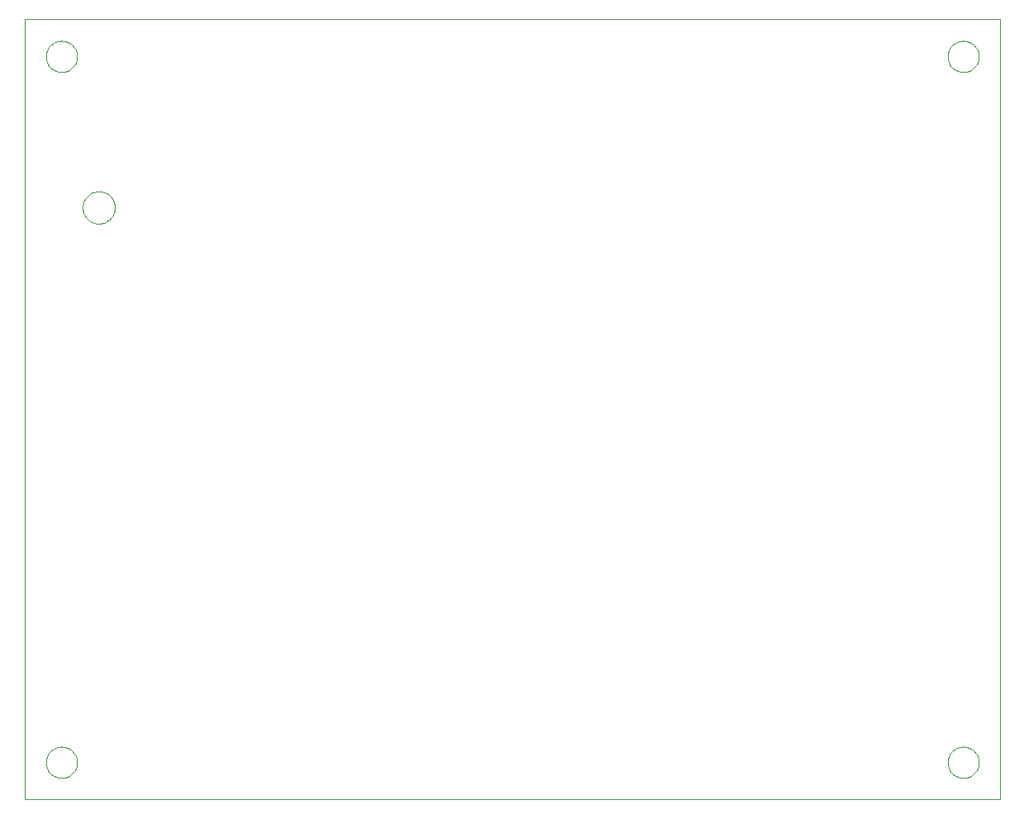
<source format=gko>
G75*
G70*
%OFA0B0*%
%FSLAX24Y24*%
%IPPOS*%
%LPD*%
%AMOC8*
5,1,8,0,0,1.08239X$1,22.5*
%
%ADD10C,0.0000*%
D10*
X000260Y000260D02*
X000260Y031756D01*
X039630Y031756D01*
X039630Y000260D01*
X000260Y000260D01*
X001130Y001760D02*
X001132Y001810D01*
X001138Y001860D01*
X001148Y001909D01*
X001162Y001957D01*
X001179Y002004D01*
X001200Y002049D01*
X001225Y002093D01*
X001253Y002134D01*
X001285Y002173D01*
X001319Y002210D01*
X001356Y002244D01*
X001396Y002274D01*
X001438Y002301D01*
X001482Y002325D01*
X001528Y002346D01*
X001575Y002362D01*
X001623Y002375D01*
X001673Y002384D01*
X001722Y002389D01*
X001773Y002390D01*
X001823Y002387D01*
X001872Y002380D01*
X001921Y002369D01*
X001969Y002354D01*
X002015Y002336D01*
X002060Y002314D01*
X002103Y002288D01*
X002144Y002259D01*
X002183Y002227D01*
X002219Y002192D01*
X002251Y002154D01*
X002281Y002114D01*
X002308Y002071D01*
X002331Y002027D01*
X002350Y001981D01*
X002366Y001933D01*
X002378Y001884D01*
X002386Y001835D01*
X002390Y001785D01*
X002390Y001735D01*
X002386Y001685D01*
X002378Y001636D01*
X002366Y001587D01*
X002350Y001539D01*
X002331Y001493D01*
X002308Y001449D01*
X002281Y001406D01*
X002251Y001366D01*
X002219Y001328D01*
X002183Y001293D01*
X002144Y001261D01*
X002103Y001232D01*
X002060Y001206D01*
X002015Y001184D01*
X001969Y001166D01*
X001921Y001151D01*
X001872Y001140D01*
X001823Y001133D01*
X001773Y001130D01*
X001722Y001131D01*
X001673Y001136D01*
X001623Y001145D01*
X001575Y001158D01*
X001528Y001174D01*
X001482Y001195D01*
X001438Y001219D01*
X001396Y001246D01*
X001356Y001276D01*
X001319Y001310D01*
X001285Y001347D01*
X001253Y001386D01*
X001225Y001427D01*
X001200Y001471D01*
X001179Y001516D01*
X001162Y001563D01*
X001148Y001611D01*
X001138Y001660D01*
X001132Y001710D01*
X001130Y001760D01*
X002610Y024160D02*
X002612Y024210D01*
X002618Y024260D01*
X002628Y024310D01*
X002641Y024358D01*
X002658Y024406D01*
X002679Y024452D01*
X002703Y024496D01*
X002731Y024538D01*
X002762Y024578D01*
X002796Y024615D01*
X002833Y024650D01*
X002872Y024681D01*
X002913Y024710D01*
X002957Y024735D01*
X003003Y024757D01*
X003050Y024775D01*
X003098Y024789D01*
X003147Y024800D01*
X003197Y024807D01*
X003247Y024810D01*
X003298Y024809D01*
X003348Y024804D01*
X003398Y024795D01*
X003446Y024783D01*
X003494Y024766D01*
X003540Y024746D01*
X003585Y024723D01*
X003628Y024696D01*
X003668Y024666D01*
X003706Y024633D01*
X003741Y024597D01*
X003774Y024558D01*
X003803Y024517D01*
X003829Y024474D01*
X003852Y024429D01*
X003871Y024382D01*
X003886Y024334D01*
X003898Y024285D01*
X003906Y024235D01*
X003910Y024185D01*
X003910Y024135D01*
X003906Y024085D01*
X003898Y024035D01*
X003886Y023986D01*
X003871Y023938D01*
X003852Y023891D01*
X003829Y023846D01*
X003803Y023803D01*
X003774Y023762D01*
X003741Y023723D01*
X003706Y023687D01*
X003668Y023654D01*
X003628Y023624D01*
X003585Y023597D01*
X003540Y023574D01*
X003494Y023554D01*
X003446Y023537D01*
X003398Y023525D01*
X003348Y023516D01*
X003298Y023511D01*
X003247Y023510D01*
X003197Y023513D01*
X003147Y023520D01*
X003098Y023531D01*
X003050Y023545D01*
X003003Y023563D01*
X002957Y023585D01*
X002913Y023610D01*
X002872Y023639D01*
X002833Y023670D01*
X002796Y023705D01*
X002762Y023742D01*
X002731Y023782D01*
X002703Y023824D01*
X002679Y023868D01*
X002658Y023914D01*
X002641Y023962D01*
X002628Y024010D01*
X002618Y024060D01*
X002612Y024110D01*
X002610Y024160D01*
X001130Y030260D02*
X001132Y030310D01*
X001138Y030360D01*
X001148Y030409D01*
X001162Y030457D01*
X001179Y030504D01*
X001200Y030549D01*
X001225Y030593D01*
X001253Y030634D01*
X001285Y030673D01*
X001319Y030710D01*
X001356Y030744D01*
X001396Y030774D01*
X001438Y030801D01*
X001482Y030825D01*
X001528Y030846D01*
X001575Y030862D01*
X001623Y030875D01*
X001673Y030884D01*
X001722Y030889D01*
X001773Y030890D01*
X001823Y030887D01*
X001872Y030880D01*
X001921Y030869D01*
X001969Y030854D01*
X002015Y030836D01*
X002060Y030814D01*
X002103Y030788D01*
X002144Y030759D01*
X002183Y030727D01*
X002219Y030692D01*
X002251Y030654D01*
X002281Y030614D01*
X002308Y030571D01*
X002331Y030527D01*
X002350Y030481D01*
X002366Y030433D01*
X002378Y030384D01*
X002386Y030335D01*
X002390Y030285D01*
X002390Y030235D01*
X002386Y030185D01*
X002378Y030136D01*
X002366Y030087D01*
X002350Y030039D01*
X002331Y029993D01*
X002308Y029949D01*
X002281Y029906D01*
X002251Y029866D01*
X002219Y029828D01*
X002183Y029793D01*
X002144Y029761D01*
X002103Y029732D01*
X002060Y029706D01*
X002015Y029684D01*
X001969Y029666D01*
X001921Y029651D01*
X001872Y029640D01*
X001823Y029633D01*
X001773Y029630D01*
X001722Y029631D01*
X001673Y029636D01*
X001623Y029645D01*
X001575Y029658D01*
X001528Y029674D01*
X001482Y029695D01*
X001438Y029719D01*
X001396Y029746D01*
X001356Y029776D01*
X001319Y029810D01*
X001285Y029847D01*
X001253Y029886D01*
X001225Y029927D01*
X001200Y029971D01*
X001179Y030016D01*
X001162Y030063D01*
X001148Y030111D01*
X001138Y030160D01*
X001132Y030210D01*
X001130Y030260D01*
X037530Y030260D02*
X037532Y030310D01*
X037538Y030360D01*
X037548Y030409D01*
X037562Y030457D01*
X037579Y030504D01*
X037600Y030549D01*
X037625Y030593D01*
X037653Y030634D01*
X037685Y030673D01*
X037719Y030710D01*
X037756Y030744D01*
X037796Y030774D01*
X037838Y030801D01*
X037882Y030825D01*
X037928Y030846D01*
X037975Y030862D01*
X038023Y030875D01*
X038073Y030884D01*
X038122Y030889D01*
X038173Y030890D01*
X038223Y030887D01*
X038272Y030880D01*
X038321Y030869D01*
X038369Y030854D01*
X038415Y030836D01*
X038460Y030814D01*
X038503Y030788D01*
X038544Y030759D01*
X038583Y030727D01*
X038619Y030692D01*
X038651Y030654D01*
X038681Y030614D01*
X038708Y030571D01*
X038731Y030527D01*
X038750Y030481D01*
X038766Y030433D01*
X038778Y030384D01*
X038786Y030335D01*
X038790Y030285D01*
X038790Y030235D01*
X038786Y030185D01*
X038778Y030136D01*
X038766Y030087D01*
X038750Y030039D01*
X038731Y029993D01*
X038708Y029949D01*
X038681Y029906D01*
X038651Y029866D01*
X038619Y029828D01*
X038583Y029793D01*
X038544Y029761D01*
X038503Y029732D01*
X038460Y029706D01*
X038415Y029684D01*
X038369Y029666D01*
X038321Y029651D01*
X038272Y029640D01*
X038223Y029633D01*
X038173Y029630D01*
X038122Y029631D01*
X038073Y029636D01*
X038023Y029645D01*
X037975Y029658D01*
X037928Y029674D01*
X037882Y029695D01*
X037838Y029719D01*
X037796Y029746D01*
X037756Y029776D01*
X037719Y029810D01*
X037685Y029847D01*
X037653Y029886D01*
X037625Y029927D01*
X037600Y029971D01*
X037579Y030016D01*
X037562Y030063D01*
X037548Y030111D01*
X037538Y030160D01*
X037532Y030210D01*
X037530Y030260D01*
X037530Y001760D02*
X037532Y001810D01*
X037538Y001860D01*
X037548Y001909D01*
X037562Y001957D01*
X037579Y002004D01*
X037600Y002049D01*
X037625Y002093D01*
X037653Y002134D01*
X037685Y002173D01*
X037719Y002210D01*
X037756Y002244D01*
X037796Y002274D01*
X037838Y002301D01*
X037882Y002325D01*
X037928Y002346D01*
X037975Y002362D01*
X038023Y002375D01*
X038073Y002384D01*
X038122Y002389D01*
X038173Y002390D01*
X038223Y002387D01*
X038272Y002380D01*
X038321Y002369D01*
X038369Y002354D01*
X038415Y002336D01*
X038460Y002314D01*
X038503Y002288D01*
X038544Y002259D01*
X038583Y002227D01*
X038619Y002192D01*
X038651Y002154D01*
X038681Y002114D01*
X038708Y002071D01*
X038731Y002027D01*
X038750Y001981D01*
X038766Y001933D01*
X038778Y001884D01*
X038786Y001835D01*
X038790Y001785D01*
X038790Y001735D01*
X038786Y001685D01*
X038778Y001636D01*
X038766Y001587D01*
X038750Y001539D01*
X038731Y001493D01*
X038708Y001449D01*
X038681Y001406D01*
X038651Y001366D01*
X038619Y001328D01*
X038583Y001293D01*
X038544Y001261D01*
X038503Y001232D01*
X038460Y001206D01*
X038415Y001184D01*
X038369Y001166D01*
X038321Y001151D01*
X038272Y001140D01*
X038223Y001133D01*
X038173Y001130D01*
X038122Y001131D01*
X038073Y001136D01*
X038023Y001145D01*
X037975Y001158D01*
X037928Y001174D01*
X037882Y001195D01*
X037838Y001219D01*
X037796Y001246D01*
X037756Y001276D01*
X037719Y001310D01*
X037685Y001347D01*
X037653Y001386D01*
X037625Y001427D01*
X037600Y001471D01*
X037579Y001516D01*
X037562Y001563D01*
X037548Y001611D01*
X037538Y001660D01*
X037532Y001710D01*
X037530Y001760D01*
M02*

</source>
